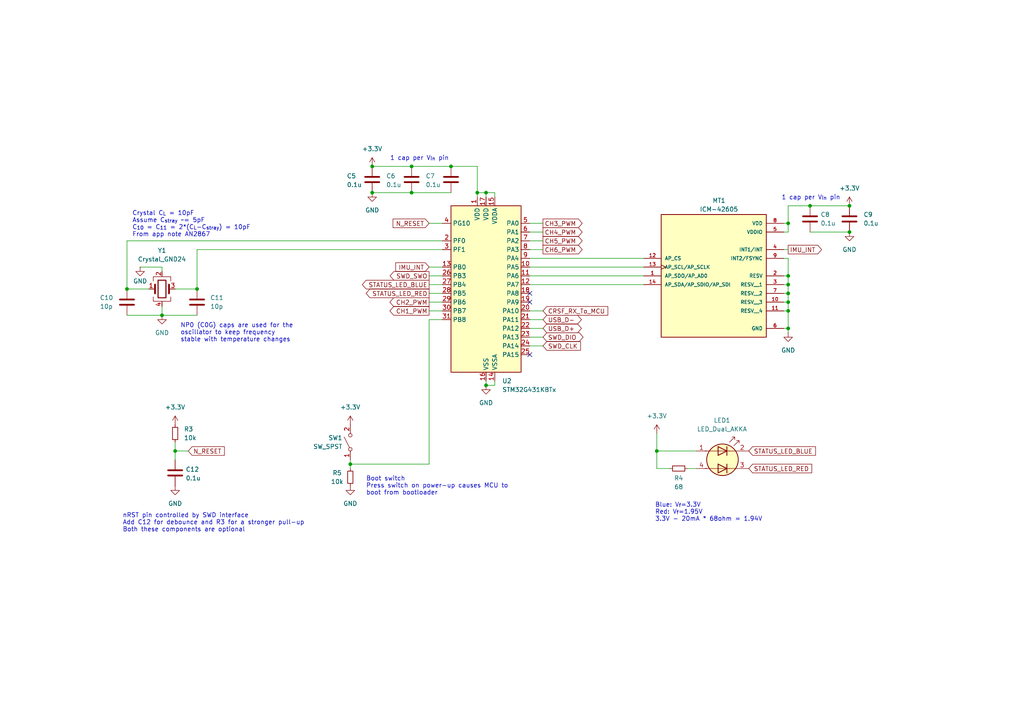
<source format=kicad_sch>
(kicad_sch (version 20250114) (generator "eeschema") (generator_version "9.0")
  (paper "A4")
  (lib_symbols
    (symbol "Device:C" (pin_numbers (hide yes)) (pin_names (offset 0.254))
      (property "Reference" "C" (at 0.635 2.54 0))
      (property "Value" "C" (at 0.635 -2.54 0))
      (symbol "C_0_1"
        (polyline (pts (xy -2.032 0.762) (xy 2.032 0.762)) (stroke (width 0.508)))
        (polyline (pts (xy -2.032 -0.762) (xy 2.032 -0.762)) (stroke (width 0.508)))
      )
      (symbol "C_1_1"
        (pin passive line (at 0 3.81 270) (length 2.794) (name "~") (number "1"))
        (pin passive line (at 0 -3.81 90) (length 2.794) (name "~") (number "2"))
      )
    )
    (symbol "Device:Crystal_GND24" (pin_names (offset 1.016) (hide yes))
      (property "Reference" "Y" (at 3.175 5.08 0))
      (property "Value" "Crystal_GND24" (at 3.175 3.175 0))
      (symbol "Crystal_GND24_0_1"
        (polyline (pts (xy -2.54 2.286) (xy -2.54 3.556) (xy 2.54 3.556) (xy 2.54 2.286)))
        (polyline (pts (xy -2.54 0) (xy -2.032 0)))
        (polyline (pts (xy -2.54 -2.286) (xy -2.54 -3.556) (xy 2.54 -3.556) (xy 2.54 -2.286)))
        (polyline (pts (xy -2.032 -1.27) (xy -2.032 1.27)) (stroke (width 0.508)))
        (rectangle (start -1.143 2.54) (end 1.143 -2.54) (stroke (width 0.3048)))
        (polyline (pts (xy 0 3.556) (xy 0 3.81)))
        (polyline (pts (xy 0 -3.81) (xy 0 -3.556)))
        (polyline (pts (xy 2.032 0) (xy 2.54 0)))
        (polyline (pts (xy 2.032 -1.27) (xy 2.032 1.27)) (stroke (width 0.508)))
      )
      (symbol "Crystal_GND24_1_1"
        (pin passive line (at -3.81 0 0) (length 1.27) (name "1") (number "1"))
        (pin passive line (at 0 5.08 270) (length 1.27) (name "2") (number "2"))
        (pin passive line (at 0 -5.08 90) (length 1.27) (name "4") (number "4"))
        (pin passive line (at 3.81 0 180) (length 1.27) (name "3") (number "3"))
      )
    )
    (symbol "Device:LED_Dual_AKKA" (pin_names (offset 0) (hide yes))
      (property "Reference" "D" (at 0 5.715 0))
      (property "Value" "LED_Dual_AKKA" (at 0 -6.35 0))
      (symbol "LED_Dual_AKKA_0_1"
        (polyline (pts (xy -5.08 2.54) (xy 2.032 2.54)))
        (polyline (pts (xy -5.08 -2.54) (xy 2.032 -2.54)))
        (polyline (pts (xy -1.27 3.81) (xy -1.27 1.27) (xy 1.27 2.54) (xy -1.27 3.81)) (stroke (width 0.254)))
        (polyline (pts (xy -1.27 -1.27) (xy -1.27 -3.81) (xy 1.27 -2.54) (xy -1.27 -1.27)) (stroke (width 0.254)))
        (circle (center 0 0) (radius 4.572) (stroke (width 0.254)) (fill (type background)))
        (polyline (pts (xy 1.27 3.81) (xy 1.27 1.27)) (stroke (width 0.254)))
        (polyline (pts (xy 1.27 -1.27) (xy 1.27 -3.81)) (stroke (width 0.254)))
        (polyline (pts (xy 2.032 5.08) (xy 3.556 6.604) (xy 2.794 6.604) (xy 3.556 6.604) (xy 3.556 5.842)))
        (polyline (pts (xy 3.302 4.064) (xy 4.826 5.588) (xy 4.064 5.588) (xy 4.826 5.588) (xy 4.826 4.826)))
        (polyline (pts (xy 3.81 2.54) (xy 1.905 2.54)))
        (polyline (pts (xy 3.81 -2.54) (xy 1.905 -2.54)))
      )
      (symbol "LED_Dual_AKKA_1_1"
        (pin input line (at -7.62 2.54 0) (length 3.048) (name "A1") (number "1"))
        (pin input line (at -7.62 -2.54 0) (length 3.048) (name "A2") (number "4"))
        (pin input line (at 7.62 2.54 180) (length 3.81) (name "K1") (number "2"))
        (pin input line (at 7.62 -2.54 180) (length 3.81) (name "K2") (number "3"))
      )
    )
    (symbol "Device:R_Small" (pin_numbers (hide yes)) (pin_names (offset 0.254) (hide yes))
      (property "Reference" "R" (at 0.762 0.508 0))
      (property "Value" "R_Small" (at 0.762 -1.016 0))
      (symbol "R_Small_0_1"
        (rectangle (start -0.762 1.778) (end 0.762 -1.778) (stroke (width 0.2032)))
      )
      (symbol "R_Small_1_1"
        (pin passive line (at 0 2.54 270) (length 0.762) (name "~") (number "1"))
        (pin passive line (at 0 -2.54 90) (length 0.762) (name "~") (number "2"))
      )
    )
    (symbol "MCU_ST_STM32G4:STM32G431KBTx"
      (property "Reference" "U" (at -10.16 26.67 0))
      (property "Value" "STM32G431KBTx" (at 5.08 26.67 0))
      (symbol "STM32G431KBTx_0_1"
        (rectangle (start -10.16 -22.86) (end 10.16 25.4) (stroke (width 0.254)) (fill (type background)))
      )
      (symbol "STM32G431KBTx_1_1"
        (pin bidirectional line (at -12.7 20.32 0) (length 2.54) (name "PG10") (number "4"))
        (pin bidirectional line (at -12.7 15.24 0) (length 2.54) (name "PF0") (number "2"))
        (pin bidirectional line (at -12.7 12.7 0) (length 2.54) (name "PF1") (number "3"))
        (pin bidirectional line (at -12.7 7.62 0) (length 2.54) (name "PB0") (number "13"))
        (pin bidirectional line (at -12.7 5.08 0) (length 2.54) (name "PB3") (number "26"))
        (pin bidirectional line (at -12.7 2.54 0) (length 2.54) (name "PB4") (number "27"))
        (pin bidirectional line (at -12.7 0 0) (length 2.54) (name "PB5") (number "28"))
        (pin bidirectional line (at -12.7 -2.54 0) (length 2.54) (name "PB6") (number "29"))
        (pin bidirectional line (at -12.7 -5.08 0) (length 2.54) (name "PB7") (number "30"))
        (pin bidirectional line (at -12.7 -7.62 0) (length 2.54) (name "PB8") (number "31"))
        (pin power_in line (at -2.54 27.94 270) (length 2.54) (name "VDD") (number "1"))
        (pin power_in line (at 0 27.94 270) (length 2.54) (name "VDD") (number "17"))
        (pin power_in line (at 0 -25.4 90) (length 2.54) (name "VSS") (number "16"))
        (pin passive line (at 0 -25.4 90) (length 2.54) (hide yes) (name "VSS") (number "32"))
        (pin power_in line (at 2.54 27.94 270) (length 2.54) (name "VDDA") (number "15"))
        (pin power_in line (at 2.54 -25.4 90) (length 2.54) (name "VSSA") (number "14"))
        (pin bidirectional line (at 12.7 20.32 180) (length 2.54) (name "PA0") (number "5"))
        (pin bidirectional line (at 12.7 17.78 180) (length 2.54) (name "PA1") (number "6"))
        (pin bidirectional line (at 12.7 15.24 180) (length 2.54) (name "PA2") (number "7"))
        (pin bidirectional line (at 12.7 12.7 180) (length 2.54) (name "PA3") (number "8"))
        (pin bidirectional line (at 12.7 10.16 180) (length 2.54) (name "PA4") (number "9"))
        (pin bidirectional line (at 12.7 7.62 180) (length 2.54) (name "PA5") (number "10"))
        (pin bidirectional line (at 12.7 5.08 180) (length 2.54) (name "PA6") (number "11"))
        (pin bidirectional line (at 12.7 2.54 180) (length 2.54) (name "PA7") (number "12"))
        (pin bidirectional line (at 12.7 0 180) (length 2.54) (name "PA8") (number "18"))
        (pin bidirectional line (at 12.7 -2.54 180) (length 2.54) (name "PA9") (number "19"))
        (pin bidirectional line (at 12.7 -5.08 180) (length 2.54) (name "PA10") (number "20"))
        (pin bidirectional line (at 12.7 -7.62 180) (length 2.54) (name "PA11") (number "21"))
        (pin bidirectional line (at 12.7 -10.16 180) (length 2.54) (name "PA12") (number "22"))
        (pin bidirectional line (at 12.7 -12.7 180) (length 2.54) (name "PA13") (number "23"))
        (pin bidirectional line (at 12.7 -15.24 180) (length 2.54) (name "PA14") (number "24"))
        (pin bidirectional line (at 12.7 -17.78 180) (length 2.54) (name "PA15") (number "25"))
      )
    )
    (symbol "Sensor_Motion_Custom:ICM-42605" (pin_names (offset 1.016))
      (property "Reference" "MT" (at -5.334 15.748 0))
      (property "Value" "ICM-42605" (at -9.398 13.462 0))
      (symbol "ICM-42605_0_0"
        (rectangle (start -20.32 12.7) (end 10.16 -22.86) (stroke (width 0.254)) (fill (type background)))
        (pin input line (at -25.4 0 0) (length 5.08) (name "AP_CS") (number "12"))
        (pin input clock (at -25.4 -2.54 0) (length 5.08) (name "AP_SCL/AP_SCLK") (number "13"))
        (pin bidirectional line (at -25.4 -5.08 0) (length 5.08) (name "AP_SDO/AP_AD0") (number "1"))
        (pin bidirectional line (at -25.4 -7.62 0) (length 5.08) (name "AP_SDA/AP_SDIO/AP_SDI") (number "14"))
        (pin power_in line (at 15.24 10.16 180) (length 5.08) (name "VDD") (number "8"))
        (pin power_in line (at 15.24 7.62 180) (length 5.08) (name "VDDIO") (number "5"))
        (pin output line (at 15.24 2.54 180) (length 5.08) (name "INT1/INT") (number "4"))
        (pin bidirectional line (at 15.24 0 180) (length 5.08) (name "INT2/FSYNC") (number "9"))
        (pin passive line (at 15.24 -5.08 180) (length 5.08) (name "RESV") (number "2"))
        (pin passive line (at 15.24 -7.62 180) (length 5.08) (name "RESV__1") (number "3"))
        (pin passive line (at 15.24 -10.16 180) (length 5.08) (name "RESV__2") (number "7"))
        (pin passive line (at 15.24 -12.7 180) (length 5.08) (name "RESV__3") (number "10"))
        (pin passive line (at 15.24 -15.24 180) (length 5.08) (name "RESV__4") (number "11"))
        (pin power_in line (at 15.24 -20.32 180) (length 5.08) (name "GND") (number "6"))
      )
    )
    (symbol "Switch:SW_SPST" (pin_names (offset 0) (hide yes))
      (property "Reference" "SW" (at 0 3.175 0))
      (property "Value" "SW_SPST" (at 0 -2.54 0))
      (symbol "SW_SPST_0_0"
        (circle (center -2.032 0) (radius 0.508))
        (polyline (pts (xy -1.524 0.254) (xy 1.524 1.778)))
        (circle (center 2.032 0) (radius 0.508))
      )
      (symbol "SW_SPST_1_1"
        (pin passive line (at -5.08 0 0) (length 2.54) (name "A") (number "1"))
        (pin passive line (at 5.08 0 180) (length 2.54) (name "B") (number "2"))
      )
    )
    (symbol "power:+3.3V" (power) (pin_numbers (hide yes)) (pin_names (offset 0) (hide yes))
      (property "Value" "+3.3V" (at 0 3.556 0))
      (symbol "+3.3V_0_1"
        (polyline (pts (xy -0.762 1.27) (xy 0 2.54)))
        (polyline (pts (xy 0 2.54) (xy 0.762 1.27)))
        (polyline (pts (xy 0 0) (xy 0 2.54)))
      )
      (symbol "+3.3V_1_1"
        (pin power_in line (at 0 0 90) (length 0) (name "~") (number "1"))
      )
    )
    (symbol "power:GND" (power) (pin_numbers (hide yes)) (pin_names (offset 0) (hide yes))
      (property "Value" "GND" (at 0 -3.81 0))
      (symbol "GND_0_1"
        (polyline (pts (xy 0 0) (xy 0 -1.27) (xy 1.27 -1.27) (xy 0 -2.54) (xy -1.27 -1.27) (xy 0 -1.27)))
      )
      (symbol "GND_1_1"
        (pin power_in line (at 0 0 270) (length 0) (name "~") (number "1"))
      )
    )
  )
  (text "NP0 (C0G) caps are used for the\noscillator to keep frequency\nstable with temperature changes" (at 52.324 96.52 0) (effects (font (size 1.27 1.27)) (justify left)))
  (text "Blue: V_{f}=3.3V\nRed: V_{f}=1.95V\n3.3V - 20mA * 68ohm = 1.94V" (at 189.992 148.59 0) (effects (font (size 1.27 1.27)) (justify left)))
  (text "1 cap per V_{in} pin" (at 121.666 45.974 0) (effects (font (size 1.27 1.27))))
  (text "Boot switch\nPress switch on power-up causes MCU to\nboot from bootloader" (at 106.172 140.97 0) (effects (font (size 1.27 1.27)) (justify left)))
  (text "1 cap per V_{in} pin" (at 235.204 57.404 0) (effects (font (size 1.27 1.27))))
  (text "nRST pin controlled by SWD interface\nAdd C12 for debounce and R3 for a stronger pull-up\nBoth these components are optional" (at 35.56 151.638 0) (effects (font (size 1.27 1.27)) (justify left)))
  (text "Crystal C_{L} = 10pF\nAssume C_{stray} ~= 5pF\nC_{10} = C_{11} = 2*(C_{L}-C_{stray}) = 10pF\nFrom app note AN2867" (at 38.354 65.024 0) (effects (font (size 1.27 1.27)) (justify left)))
  (junction (at 107.95 55.88))
  (junction (at 246.38 67.31))
  (junction (at 246.38 59.69))
  (junction (at 138.43 55.88))
  (junction (at 140.97 111.76))
  (junction (at 228.6 90.17))
  (junction (at 36.83 83.82))
  (junction (at 50.8 130.81))
  (junction (at 228.6 85.09))
  (junction (at 57.15 83.82))
  (junction (at 228.6 64.77))
  (junction (at 190.5 130.81))
  (junction (at 107.95 48.26))
  (junction (at 228.6 82.55))
  (junction (at 228.6 80.01))
  (junction (at 119.38 48.26))
  (junction (at 228.6 87.63))
  (junction (at 46.99 91.44))
  (junction (at 101.6 134.62))
  (junction (at 234.95 59.69))
  (junction (at 140.97 55.88))
  (junction (at 119.38 55.88))
  (junction (at 130.81 48.26))
  (junction (at 228.6 95.25))
  (no_connect (at 153.67 85.09))
  (no_connect (at 153.67 102.87))
  (no_connect (at 153.67 87.63))
  (wire (pts (xy 153.67 80.01) (xy 186.69 80.01)))
  (wire (pts (xy 227.33 87.63) (xy 228.6 87.63)))
  (wire (pts (xy 36.83 83.82) (xy 43.18 83.82)))
  (wire (pts (xy 228.6 85.09) (xy 228.6 87.63)))
  (wire (pts (xy 190.5 130.81) (xy 201.93 130.81)))
  (wire (pts (xy 227.33 82.55) (xy 228.6 82.55)))
  (wire (pts (xy 124.46 77.47) (xy 128.27 77.47)))
  (wire (pts (xy 140.97 111.76) (xy 140.97 110.49)))
  (wire (pts (xy 57.15 72.39) (xy 128.27 72.39)))
  (wire (pts (xy 157.48 72.39) (xy 153.67 72.39)))
  (wire (pts (xy 234.95 67.31) (xy 246.38 67.31)))
  (wire (pts (xy 228.6 95.25) (xy 227.33 95.25)))
  (wire (pts (xy 50.8 128.27) (xy 50.8 130.81)))
  (wire (pts (xy 228.6 80.01) (xy 228.6 82.55)))
  (wire (pts (xy 228.6 72.39) (xy 227.33 72.39)))
  (wire (pts (xy 153.67 100.33) (xy 157.48 100.33)))
  (wire (pts (xy 46.99 88.9) (xy 46.99 91.44)))
  (wire (pts (xy 227.33 85.09) (xy 228.6 85.09)))
  (wire (pts (xy 228.6 90.17) (xy 228.6 95.25)))
  (wire (pts (xy 124.46 82.55) (xy 128.27 82.55)))
  (wire (pts (xy 138.43 48.26) (xy 138.43 55.88)))
  (wire (pts (xy 124.46 85.09) (xy 128.27 85.09)))
  (wire (pts (xy 153.67 90.17) (xy 157.48 90.17)))
  (wire (pts (xy 228.6 59.69) (xy 228.6 64.77)))
  (wire (pts (xy 36.83 91.44) (xy 46.99 91.44)))
  (wire (pts (xy 124.46 134.62) (xy 101.6 134.62)))
  (wire (pts (xy 36.83 69.85) (xy 36.83 83.82)))
  (wire (pts (xy 157.48 64.77) (xy 153.67 64.77)))
  (wire (pts (xy 107.95 55.88) (xy 119.38 55.88)))
  (wire (pts (xy 101.6 134.62) (xy 101.6 135.89)))
  (wire (pts (xy 227.33 64.77) (xy 228.6 64.77)))
  (wire (pts (xy 153.67 97.79) (xy 157.48 97.79)))
  (wire (pts (xy 119.38 55.88) (xy 130.81 55.88)))
  (wire (pts (xy 143.51 111.76) (xy 140.97 111.76)))
  (wire (pts (xy 57.15 72.39) (xy 57.15 83.82)))
  (wire (pts (xy 124.46 87.63) (xy 128.27 87.63)))
  (wire (pts (xy 228.6 82.55) (xy 228.6 85.09)))
  (wire (pts (xy 153.67 77.47) (xy 186.69 77.47)))
  (wire (pts (xy 228.6 74.93) (xy 228.6 80.01)))
  (wire (pts (xy 46.99 91.44) (xy 57.15 91.44)))
  (wire (pts (xy 194.31 135.89) (xy 190.5 135.89)))
  (wire (pts (xy 124.46 90.17) (xy 128.27 90.17)))
  (wire (pts (xy 140.97 55.88) (xy 143.51 55.88)))
  (wire (pts (xy 36.83 69.85) (xy 128.27 69.85)))
  (wire (pts (xy 107.95 48.26) (xy 119.38 48.26)))
  (wire (pts (xy 128.27 92.71) (xy 124.46 92.71)))
  (wire (pts (xy 124.46 92.71) (xy 124.46 134.62)))
  (wire (pts (xy 50.8 83.82) (xy 57.15 83.82)))
  (wire (pts (xy 228.6 59.69) (xy 234.95 59.69)))
  (wire (pts (xy 153.67 92.71) (xy 157.48 92.71)))
  (wire (pts (xy 143.51 110.49) (xy 143.51 111.76)))
  (wire (pts (xy 54.61 130.81) (xy 50.8 130.81)))
  (wire (pts (xy 227.33 74.93) (xy 228.6 74.93)))
  (wire (pts (xy 50.8 130.81) (xy 50.8 133.35)))
  (wire (pts (xy 138.43 55.88) (xy 138.43 57.15)))
  (wire (pts (xy 153.67 82.55) (xy 186.69 82.55)))
  (wire (pts (xy 228.6 95.25) (xy 228.6 96.52)))
  (wire (pts (xy 190.5 125.73) (xy 190.5 130.81)))
  (wire (pts (xy 227.33 80.01) (xy 228.6 80.01)))
  (wire (pts (xy 119.38 48.26) (xy 130.81 48.26)))
  (wire (pts (xy 157.48 69.85) (xy 153.67 69.85)))
  (wire (pts (xy 153.67 95.25) (xy 157.48 95.25)))
  (wire (pts (xy 130.81 48.26) (xy 138.43 48.26)))
  (wire (pts (xy 140.97 55.88) (xy 140.97 57.15)))
  (wire (pts (xy 153.67 74.93) (xy 186.69 74.93)))
  (wire (pts (xy 124.46 64.77) (xy 128.27 64.77)))
  (wire (pts (xy 46.99 78.74) (xy 46.99 77.47)))
  (wire (pts (xy 199.39 135.89) (xy 201.93 135.89)))
  (wire (pts (xy 227.33 90.17) (xy 228.6 90.17)))
  (wire (pts (xy 190.5 135.89) (xy 190.5 130.81)))
  (wire (pts (xy 143.51 55.88) (xy 143.51 57.15)))
  (wire (pts (xy 234.95 59.69) (xy 246.38 59.69)))
  (wire (pts (xy 101.6 133.35) (xy 101.6 134.62)))
  (wire (pts (xy 157.48 67.31) (xy 153.67 67.31)))
  (wire (pts (xy 227.33 67.31) (xy 228.6 67.31)))
  (wire (pts (xy 228.6 87.63) (xy 228.6 90.17)))
  (wire (pts (xy 124.46 80.01) (xy 128.27 80.01)))
  (wire (pts (xy 228.6 67.31) (xy 228.6 64.77)))
  (wire (pts (xy 138.43 55.88) (xy 140.97 55.88)))
  (wire (pts (xy 46.99 77.47) (xy 40.64 77.47)))
  (global_label "USB_D-" (shape bidirectional) (at 157.48 92.71 0) (property "Intersheetrefs" "${INTERSHEET_REFS}" (effects (hide yes))))
  (global_label "CH2_PWM" (shape output) (at 124.46 87.63 180) (property "Intersheetrefs" "${INTERSHEET_REFS}" (effects (hide yes))))
  (global_label "STATUS_LED_RED" (shape input) (at 217.17 135.89 0) (property "Intersheetrefs" "${INTERSHEET_REFS}" (effects (hide yes))))
  (global_label "IMU_INT" (shape output) (at 228.6 72.39 0) (property "Intersheetrefs" "${INTERSHEET_REFS}" (effects (hide yes))))
  (global_label "CH5_PWM" (shape output) (at 157.48 69.85 0) (property "Intersheetrefs" "${INTERSHEET_REFS}" (effects (hide yes))))
  (global_label "IMU_INT" (shape input) (at 124.46 77.47 180) (property "Intersheetrefs" "${INTERSHEET_REFS}" (effects (hide yes))))
  (global_label "CRSF_RX_To_MCU" (shape input) (at 157.48 90.17 0) (property "Intersheetrefs" "${INTERSHEET_REFS}" (effects (hide yes))))
  (global_label "CH6_PWM" (shape output) (at 157.48 72.39 0) (property "Intersheetrefs" "${INTERSHEET_REFS}" (effects (hide yes))))
  (global_label "CH1_PWM" (shape output) (at 124.46 90.17 180) (property "Intersheetrefs" "${INTERSHEET_REFS}" (effects (hide yes))))
  (global_label "SWD_SWO" (shape output) (at 124.46 80.01 180) (property "Intersheetrefs" "${INTERSHEET_REFS}" (effects (hide yes))))
  (global_label "STATUS_LED_BLUE" (shape input) (at 217.17 130.81 0) (property "Intersheetrefs" "${INTERSHEET_REFS}" (effects (hide yes))))
  (global_label "STATUS_LED_RED" (shape output) (at 124.46 85.09 180) (property "Intersheetrefs" "${INTERSHEET_REFS}" (effects (hide yes))))
  (global_label "CH3_PWM" (shape output) (at 157.48 64.77 0) (property "Intersheetrefs" "${INTERSHEET_REFS}" (effects (hide yes))))
  (global_label "N_RESET" (shape input) (at 124.46 64.77 180) (property "Intersheetrefs" "${INTERSHEET_REFS}" (effects (hide yes))))
  (global_label "SWD_DIO" (shape bidirectional) (at 157.48 97.79 0) (property "Intersheetrefs" "${INTERSHEET_REFS}" (effects (hide yes))))
  (global_label "SWD_CLK" (shape input) (at 157.48 100.33 0) (property "Intersheetrefs" "${INTERSHEET_REFS}" (effects (hide yes))))
  (global_label "USB_D+" (shape bidirectional) (at 157.48 95.25 0) (property "Intersheetrefs" "${INTERSHEET_REFS}" (effects (hide yes))))
  (global_label "CH4_PWM" (shape output) (at 157.48 67.31 0) (property "Intersheetrefs" "${INTERSHEET_REFS}" (effects (hide yes))))
  (global_label "N_RESET" (shape input) (at 54.61 130.81 0) (property "Intersheetrefs" "${INTERSHEET_REFS}" (effects (hide yes))))
  (global_label "STATUS_LED_BLUE" (shape output) (at 124.46 82.55 180) (property "Intersheetrefs" "${INTERSHEET_REFS}" (effects (hide yes))))
  (symbol (lib_id "Device:R_Small") (at 101.6 138.43 0) (unit 1)
    (property "Reference" "R5" (at 97.79 137.16 0))
    (property "Value" "10k" (at 97.79 139.7 0))
    (property "Footprint" "Resistor_SMD:R_0402_1005Metric_Pad0.72x0.64mm_HandSolder" (effects (hide yes)))
    (property "Description" "Resistor, small symbol" (effects (hide yes)))
    (property "DigiKey Part #" "311-10KJRCT-ND" (effects (hide yes)))
    (property "Mfg Part #" "RC0402JR-0710KL" (effects (hide yes)))
    (property "MANUFACTURER" "YAGEO" (effects (hide yes)))
    (property "Package" "0402" (effects (hide yes)))
  )
  (symbol (lib_id "power:GND") (at 246.38 67.31 0) (unit 1)
    (property "Reference" "#PWR09" (effects (hide yes)))
    (property "Value" "GND" (at 246.38 72.39 0))
    (property "Description" "Power symbol creates a global label with name \"GND\" , ground" (effects (hide yes)))
  )
  (symbol (lib_id "MCU_ST_STM32G4:STM32G431KBTx") (at 140.97 85.09 0) (unit 1)
    (property "Reference" "U2" (at 145.6533 110.49 0) (effects (justify left)))
    (property "Value" "STM32G431KBTx" (at 145.6533 113.03 0) (effects (justify left)))
    (property "Footprint" "Package_QFP:LQFP-32_7x7mm_P0.8mm" (effects (hide yes)))
    (property "Datasheet" "https://www.st.com/resource/en/datasheet/stm32g431kb.pdf" (effects (hide yes)))
    (property "Description" "STMicroelectronics Arm Cortex-M4 MCU, 128KB flash, 32KB RAM, 170 MHz, 1.71-3.6V, 26 GPIO, LQFP32" (effects (hide yes)))
    (property "DigiKey Part #" "497-19470-ND" (effects (hide yes)))
    (property "Mfg Part #" "STM32G431KBT6" (effects (hide yes)))
    (property "MANUFACTURER" "STMicroelectronics" (effects (hide yes)))
    (property "Package" "32-QFP" (effects (hide yes)))
  )
  (symbol (lib_id "Device:C") (at 36.83 87.63 0) (unit 1)
    (property "Reference" "C10" (at 28.956 86.36 0) (effects (justify left)))
    (property "Value" "10p" (at 28.956 88.9 0) (effects (justify left)))
    (property "Footprint" "Capacitor_SMD:C_0402_1005Metric_Pad0.74x0.62mm_HandSolder" (effects (hide yes)))
    (property "Description" "Unpolarized capacitor" (effects (hide yes)))
    (property "DigiKey Part #" "311-1014-1-ND" (effects (hide yes)))
    (property "Mfg Part #" "CC0402JRNPO9BN100" (effects (hide yes)))
    (property "MANUFACTURER" "YAGEO" (effects (hide yes)))
    (property "Package" "0402" (effects (hide yes)))
  )
  (symbol (lib_id "power:GND") (at 228.6 96.52 0) (unit 1)
    (property "Reference" "#PWR012" (effects (hide yes)))
    (property "Value" "GND" (at 228.6 101.6 0))
    (property "Description" "Power symbol creates a global label with name \"GND\" , ground" (effects (hide yes)))
  )
  (symbol (lib_id "Device:C") (at 119.38 52.07 0) (unit 1)
    (property "Reference" "C6" (at 112.014 51.054 0) (effects (justify left)))
    (property "Value" "0.1u" (at 112.014 53.594 0) (effects (justify left)))
    (property "Footprint" "Capacitor_SMD:C_0402_1005Metric_Pad0.74x0.62mm_HandSolder" (effects (hide yes)))
    (property "Description" "Unpolarized capacitor" (effects (hide yes)))
    (property "DigiKey Part #" "1276-6720-1-ND" (effects (hide yes)))
    (property "Mfg Part #" "CL05B104KA5NNNC" (effects (hide yes)))
    (property "MANUFACTURER" "Samsung Electro-Mechanics" (effects (hide yes)))
    (property "Package" "0402" (effects (hide yes)))
  )
  (symbol (lib_id "Sensor_Motion_Custom:ICM-42605") (at 212.09 74.93 0) (unit 1)
    (property "Reference" "MT1" (at 208.534 58.166 0))
    (property "Value" "ICM-42605" (at 208.534 60.706 0))
    (property "Footprint" "Package_LGA_Custom:XDCR_ICM-42605" (effects (hide yes)))
    (property "Description" "Accelerometer, Gyroscope, 6 Axis Sensor I2C, I3C, SPI Output" (effects (hide yes)))
    (property "PARTREV" "1.7" (effects (hide yes)))
    (property "STANDARD" "Manufacturer Recommendations" (effects (hide yes)))
    (property "MAXIMUM_PACKAGE_HEIGHT" "0.97 mm" (effects (hide yes)))
    (property "MANUFACTURER" "TDK InvenSense" (effects (hide yes)))
    (property "DigiKey Part #" "1428-1152-1-ND" (effects (hide yes)))
    (property "Mfg Part #" "ICM-42605" (effects (hide yes)))
    (property "Package" "14-LGA" (effects (hide yes)))
  )
  (symbol (lib_id "Device:C") (at 107.95 52.07 0) (unit 1)
    (property "Reference" "C5" (at 100.584 51.054 0) (effects (justify left)))
    (property "Value" "0.1u" (at 100.584 53.594 0) (effects (justify left)))
    (property "Footprint" "Capacitor_SMD:C_0402_1005Metric_Pad0.74x0.62mm_HandSolder" (effects (hide yes)))
    (property "Description" "Unpolarized capacitor" (effects (hide yes)))
    (property "DigiKey Part #" "1276-6720-1-ND" (effects (hide yes)))
    (property "Mfg Part #" "CL05B104KA5NNNC" (effects (hide yes)))
    (property "MANUFACTURER" "Samsung Electro-Mechanics" (effects (hide yes)))
    (property "Package" "0402" (effects (hide yes)))
  )
  (symbol (lib_id "power:+3.3V") (at 101.6 123.19 0) (unit 1)
    (property "Reference" "#PWR015" (effects (hide yes)))
    (property "Value" "+3.3V" (at 101.6 118.11 0))
    (property "Description" "Power symbol creates a global label with name \"+3.3V\"" (effects (hide yes)))
  )
  (symbol (lib_id "power:+3.3V") (at 246.38 59.69 0) (unit 1)
    (property "Reference" "#PWR08" (effects (hide yes)))
    (property "Value" "+3.3V" (at 246.38 54.61 0))
    (property "Description" "Power symbol creates a global label with name \"+3.3V\"" (effects (hide yes)))
  )
  (symbol (lib_id "Switch:SW_SPST") (at 101.6 128.27 90) (unit 1)
    (property "Reference" "SW1" (at 99.314 127 90) (effects (justify left)))
    (property "Value" "SW_SPST" (at 99.314 129.54 90) (effects (justify left)))
    (property "Footprint" "Button_Switch_SMD_Custom:R-667995_MIT" (effects (hide yes)))
    (property "Description" "Single Pole Single Throw (SPST) switch" (effects (hide yes)))
    (property "DigiKey Part #" "2508-R-667995TR-ND" (effects (hide yes)))
    (property "Mfg Part #" "R-667995" (effects (hide yes)))
    (property "MANUFACTURER" "Mitsumi Electric Company Ltd" (effects (hide yes)))
    (property "Package" "SMT" (effects (hide yes)))
  )
  (symbol (lib_id "power:GND") (at 140.97 111.76 0) (unit 1)
    (property "Reference" "#PWR013" (effects (hide yes)))
    (property "Value" "GND" (at 140.97 116.84 0))
    (property "Description" "Power symbol creates a global label with name \"GND\" , ground" (effects (hide yes)))
  )
  (symbol (lib_id "Device:Crystal_GND24") (at 46.99 83.82 0) (unit 1)
    (property "Reference" "Y1" (at 46.99 72.644 0))
    (property "Value" "Crystal_GND24" (at 46.99 75.184 0))
    (property "Footprint" "Crystal_Custom:Crystal_SMD_ECS_ECX_2236-4Pin_2.5x2.0mm" (effects (hide yes)))
    (property "Description" "Four pin crystal, GND on pins 2 and 4" (effects (hide yes)))
    (property "DigiKey Part #" "50-ECS-160-10-36-CKM-TR3TR-ND" (effects (hide yes)))
    (property "Mfg Part #" "ECS-160-10-36-CKM-TR3" (effects (hide yes)))
    (property "MANUFACTURER" "ECS Inc." (effects (hide yes)))
    (property "Package" "4-SMD" (effects (hide yes)))
  )
  (symbol (lib_id "power:+3.3V") (at 190.5 125.73 0) (unit 1)
    (property "Reference" "#PWR016" (effects (hide yes)))
    (property "Value" "+3.3V" (at 190.5 120.65 0))
    (property "Description" "Power symbol creates a global label with name \"+3.3V\"" (effects (hide yes)))
  )
  (symbol (lib_id "Device:C") (at 246.38 63.5 0) (unit 1)
    (property "Reference" "C9" (at 250.444 62.23 0) (effects (justify left)))
    (property "Value" "0.1u" (at 250.444 64.77 0) (effects (justify left)))
    (property "Footprint" "Capacitor_SMD:C_0402_1005Metric_Pad0.74x0.62mm_HandSolder" (effects (hide yes)))
    (property "Description" "Unpolarized capacitor" (effects (hide yes)))
    (property "DigiKey Part #" "1276-6720-1-ND" (effects (hide yes)))
    (property "Mfg Part #" "CL05B104KA5NNNC" (effects (hide yes)))
    (property "MANUFACTURER" "Samsung Electro-Mechanics" (effects (hide yes)))
    (property "Package" "0402" (effects (hide yes)))
  )
  (symbol (lib_id "power:GND") (at 46.99 91.44 0) (unit 1)
    (property "Reference" "#PWR011" (effects (hide yes)))
    (property "Value" "GND" (at 46.99 96.52 0))
    (property "Description" "Power symbol creates a global label with name \"GND\" , ground" (effects (hide yes)))
  )
  (symbol (lib_id "Device:C") (at 57.15 87.63 0) (unit 1)
    (property "Reference" "C11" (at 60.96 86.3599 0) (effects (justify left)))
    (property "Value" "10p" (at 60.96 88.8999 0) (effects (justify left)))
    (property "Footprint" "Capacitor_SMD:C_0402_1005Metric_Pad0.74x0.62mm_HandSolder" (effects (hide yes)))
    (property "Description" "Unpolarized capacitor" (effects (hide yes)))
    (property "DigiKey Part #" "311-1014-1-ND" (effects (hide yes)))
    (property "Mfg Part #" "CC0402JRNPO9BN100" (effects (hide yes)))
    (property "MANUFACTURER" "YAGEO" (effects (hide yes)))
    (property "Package" "0402" (effects (hide yes)))
  )
  (symbol (lib_id "power:GND") (at 40.64 77.47 0) (unit 1)
    (property "Reference" "#PWR010" (effects (hide yes)))
    (property "Value" "GND" (at 40.64 81.534 0))
    (property "Description" "Power symbol creates a global label with name \"GND\" , ground" (effects (hide yes)))
  )
  (symbol (lib_id "Device:R_Small") (at 196.85 135.89 90) (unit 1)
    (property "Reference" "R4" (at 196.85 138.684 90))
    (property "Value" "68" (at 196.85 141.224 90))
    (property "Footprint" "Resistor_SMD:R_0402_1005Metric_Pad0.72x0.64mm_HandSolder" (effects (hide yes)))
    (property "Description" "Resistor, small symbol" (effects (hide yes)))
    (property "DigiKey Part #" "311-68.0LRCT-ND" (effects (hide yes)))
    (property "Mfg Part #" "RC0402FR-0768RL" (effects (hide yes)))
    (property "MANUFACTURER" "YAGEO" (effects (hide yes)))
    (property "Package" "0402" (effects (hide yes)))
  )
  (symbol (lib_id "power:GND") (at 107.95 55.88 0) (unit 1)
    (property "Reference" "#PWR07" (effects (hide yes)))
    (property "Value" "GND" (at 107.95 60.96 0))
    (property "Description" "Power symbol creates a global label with name \"GND\" , ground" (effects (hide yes)))
  )
  (symbol (lib_id "Device:C") (at 234.95 63.5 0) (unit 1)
    (property "Reference" "C8" (at 237.998 62.23 0) (effects (justify left)))
    (property "Value" "0.1u" (at 237.998 64.77 0) (effects (justify left)))
    (property "Footprint" "Capacitor_SMD:C_0402_1005Metric_Pad0.74x0.62mm_HandSolder" (effects (hide yes)))
    (property "Description" "Unpolarized capacitor" (effects (hide yes)))
    (property "DigiKey Part #" "1276-6720-1-ND" (effects (hide yes)))
    (property "Mfg Part #" "CL05B104KA5NNNC" (effects (hide yes)))
    (property "MANUFACTURER" "Samsung Electro-Mechanics" (effects (hide yes)))
    (property "Package" "0402" (effects (hide yes)))
  )
  (symbol (lib_id "Device:C") (at 50.8 137.16 0) (unit 1)
    (property "Reference" "C12" (at 53.848 136.144 0) (effects (justify left)))
    (property "Value" "0.1u" (at 53.848 138.684 0) (effects (justify left)))
    (property "Footprint" "Capacitor_SMD:C_0402_1005Metric_Pad0.74x0.62mm_HandSolder" (effects (hide yes)))
    (property "Description" "Unpolarized capacitor" (effects (hide yes)))
    (property "DigiKey Part #" "1276-6720-1-ND" (effects (hide yes)))
    (property "Mfg Part #" "CL05B104KA5NNNC" (effects (hide yes)))
    (property "MANUFACTURER" "Samsung Electro-Mechanics" (effects (hide yes)))
    (property "Package" "0402" (effects (hide yes)))
  )
  (symbol (lib_id "power:+3.3V") (at 50.8 123.19 0) (unit 1)
    (property "Reference" "#PWR014" (effects (hide yes)))
    (property "Value" "+3.3V" (at 50.8 118.11 0))
    (property "Description" "Power symbol creates a global label with name \"+3.3V\"" (effects (hide yes)))
  )
  (symbol (lib_id "Device:LED_Dual_AKKA") (at 209.55 133.35 0) (unit 1)
    (property "Reference" "LED1" (at 209.423 121.92 0))
    (property "Value" "LED_Dual_AKKA" (at 209.423 124.46 0))
    (property "Footprint" "LED_SMD_Custom:LED_APHBM2012QBDSURKC" (effects (hide yes)))
    (property "Description" "Dual LED, cathodes on pins 2 and 3" (effects (hide yes)))
    (property "DigiKey Part #" "754-1506-1-ND" (effects (hide yes)))
    (property "Mfg Part #" "APHBM2012QBDSURKC" (effects (hide yes)))
    (property "MANUFACTURER" "Kingbright" (effects (hide yes)))
    (property "Package" "0805" (effects (hide yes)))
  )
  (symbol (lib_id "power:GND") (at 101.6 140.97 0) (unit 1)
    (property "Reference" "#PWR018" (effects (hide yes)))
    (property "Value" "GND" (at 101.6 146.05 0))
    (property "Description" "Power symbol creates a global label with name \"GND\" , ground" (effects (hide yes)))
  )
  (symbol (lib_id "power:+3.3V") (at 107.95 48.26 0) (unit 1)
    (property "Reference" "#PWR06" (effects (hide yes)))
    (property "Value" "+3.3V" (at 107.95 43.18 0))
    (property "Description" "Power symbol creates a global label with name \"+3.3V\"" (effects (hide yes)))
  )
  (symbol (lib_id "Device:C") (at 130.81 52.07 0) (unit 1)
    (property "Reference" "C7" (at 123.444 51.054 0) (effects (justify left)))
    (property "Value" "0.1u" (at 123.444 53.594 0) (effects (justify left)))
    (property "Footprint" "Capacitor_SMD:C_0402_1005Metric_Pad0.74x0.62mm_HandSolder" (effects (hide yes)))
    (property "Description" "Unpolarized capacitor" (effects (hide yes)))
    (property "DigiKey Part #" "1276-6720-1-ND" (effects (hide yes)))
    (property "Mfg Part #" "CL05B104KA5NNNC" (effects (hide yes)))
    (property "MANUFACTURER" "Samsung Electro-Mechanics" (effects (hide yes)))
    (property "Package" "0402" (effects (hide yes)))
  )
  (symbol (lib_id "Device:R_Small") (at 50.8 125.73 0) (unit 1)
    (property "Reference" "R3" (at 53.34 124.4599 0) (effects (justify left)))
    (property "Value" "10k" (at 53.34 126.9999 0) (effects (justify left)))
    (property "Footprint" "Resistor_SMD:R_0402_1005Metric_Pad0.72x0.64mm_HandSolder" (effects (hide yes)))
    (property "Description" "Resistor, small symbol" (effects (hide yes)))
    (property "DigiKey Part #" "311-10KJRCT-ND" (effects (hide yes)))
    (property "Mfg Part #" "RC0402JR-0710KL" (effects (hide yes)))
    (property "MANUFACTURER" "YAGEO" (effects (hide yes)))
    (property "Package" "0402" (effects (hide yes)))
  )
  (symbol (lib_id "power:GND") (at 50.8 140.97 0) (unit 1)
    (property "Reference" "#PWR017" (effects (hide yes)))
    (property "Value" "GND" (at 50.8 146.05 0))
    (property "Description" "Power symbol creates a global label with name \"GND\" , ground" (effects (hide yes)))
  )
)
</source>
